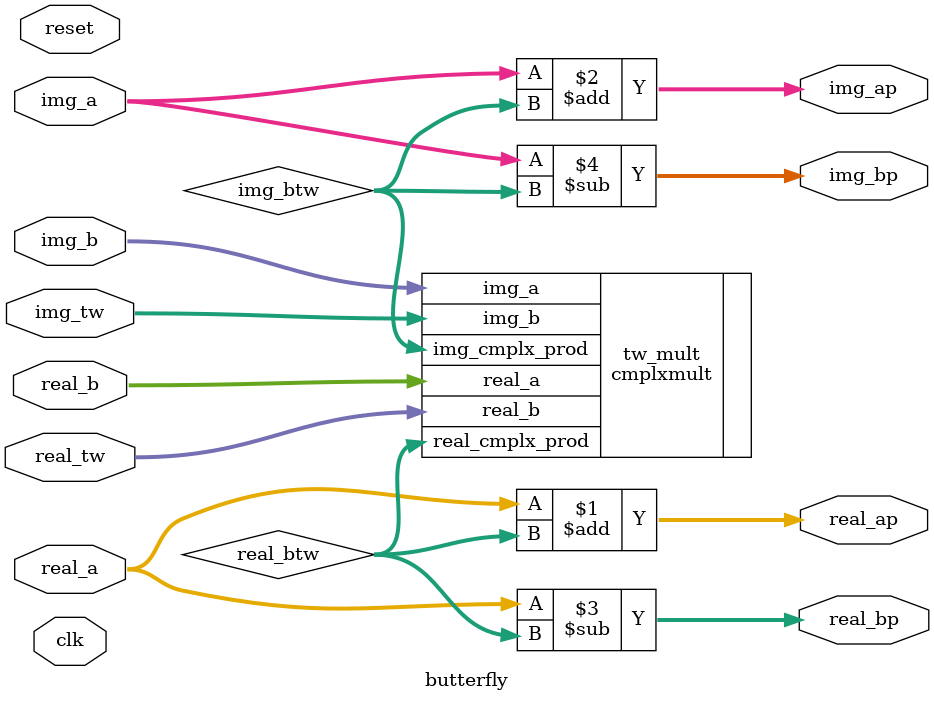
<source format=sv>

module butterfly #(parameter BIT_WIDTH = 16)
                (input logic clk, reset, 
                 input logic [BIT_WIDTH - 1:0] real_a, real_b, // input data A/B real
                 input logic [BIT_WIDTH - 1:0] img_a, img_b,   // input data A/B img
                 input logic [BIT_WIDTH - 1:0] real_tw, img_tw, // input data twiddle real/img
                 output logic [BIT_WIDTH - 1:0] real_ap, real_bp, // output data A'/B' real
                 output logic [BIT_WIDTH - 1:0] img_ap, img_bp    // output data A'/B' img
    );

logic [BIT_WIDTH - 1:0] real_btw, img_btw; // intemediate B*TW real/img values

// main butterfly computation:
// A' = A + B(TW)
// B' = A - B(TW)

// complex multiplication to calculate B*TW, each uses 2 8 bit multipliers
cmplxmult #(.BIT_WIDTH(BIT_WIDTH)) 
	tw_mult(.real_a(real_b), 
			.img_a(img_b), 
			.real_b(real_tw), 
			.img_b(img_tw), 
			.real_cmplx_prod(real_btw), 
			.img_cmplx_prod(img_btw));

// complex adds for A' and B'
// signed integer multiplication procudes redundant signed bits in product, so preserve bits [30;15]
// A'
assign real_ap = real_a + real_btw;
assign img_ap = img_a + img_btw;

// B'
assign real_bp = real_a - real_btw;
assign img_bp  = img_a - img_btw;

endmodule
</source>
